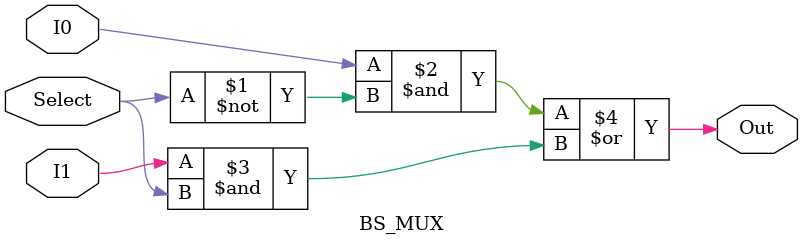
<source format=v>
module BS_MUX
(
	input I0,
	input I1,
	input Select,
	output Out
);

assign Out = (I0 & ~Select) | (I1 & Select);
endmodule

</source>
